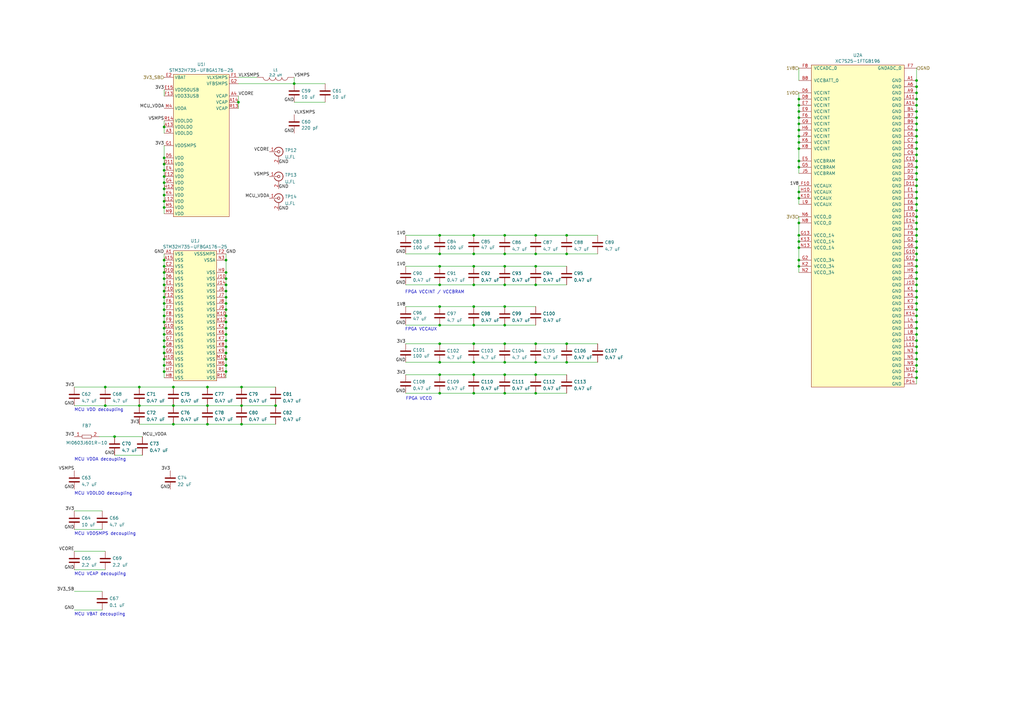
<source format=kicad_sch>
(kicad_sch (version 20231120) (generator "eeschema") (generator_version "8.0")
  (paper "A3")
  (junction (at 67.31 139.7))
  (junction (at 92.71 139.7))
  (junction (at 327.66 53.34))
  (junction (at 97.79 41.91))
  (junction (at 207.01 109.22))
  (junction (at 327.66 58.42))
  (junction (at 207.01 140.97))
  (junction (at 67.31 134.62))
  (junction (at 180.34 161.29))
  (junction (at 67.31 127))
  (junction (at 375.92 147.32))
  (junction (at 375.92 88.9))
  (junction (at 327.66 66.04))
  (junction (at 67.31 152.4))
  (junction (at 375.92 48.26))
  (junction (at 113.03 166.37))
  (junction (at 92.71 114.3))
  (junction (at 92.71 149.86))
  (junction (at 375.92 137.16))
  (junction (at 327.66 106.68))
  (junction (at 92.71 134.62))
  (junction (at 67.31 77.47))
  (junction (at 194.31 116.84))
  (junction (at 219.71 148.59))
  (junction (at 194.31 125.73))
  (junction (at 67.31 144.78))
  (junction (at 375.92 152.4))
  (junction (at 375.92 63.5))
  (junction (at 92.71 121.92))
  (junction (at 375.92 134.62))
  (junction (at 67.31 69.85))
  (junction (at 207.01 125.73))
  (junction (at 67.31 82.55))
  (junction (at 92.71 152.4))
  (junction (at 71.12 173.99))
  (junction (at 375.92 35.56))
  (junction (at 67.31 80.01))
  (junction (at 375.92 144.78))
  (junction (at 375.92 121.92))
  (junction (at 67.31 129.54))
  (junction (at 92.71 129.54))
  (junction (at 92.71 137.16))
  (junction (at 180.34 125.73))
  (junction (at 375.92 111.76))
  (junction (at 375.92 50.8))
  (junction (at 375.92 132.08))
  (junction (at 57.15 166.37))
  (junction (at 43.18 166.37))
  (junction (at 67.31 124.46))
  (junction (at 375.92 124.46))
  (junction (at 92.71 132.08))
  (junction (at 43.18 158.75))
  (junction (at 219.71 140.97))
  (junction (at 194.31 161.29))
  (junction (at 375.92 139.7))
  (junction (at 375.92 68.58))
  (junction (at 375.92 45.72))
  (junction (at 67.31 74.93))
  (junction (at 375.92 38.1))
  (junction (at 67.31 116.84))
  (junction (at 375.92 149.86))
  (junction (at 67.31 85.09))
  (junction (at 99.06 173.99))
  (junction (at 327.66 78.74))
  (junction (at 207.01 148.59))
  (junction (at 327.66 68.58))
  (junction (at 67.31 149.86))
  (junction (at 194.31 104.14))
  (junction (at 194.31 148.59))
  (junction (at 85.09 166.37))
  (junction (at 92.71 106.68))
  (junction (at 375.92 78.74))
  (junction (at 375.92 119.38))
  (junction (at 67.31 114.3))
  (junction (at 375.92 53.34))
  (junction (at 92.71 144.78))
  (junction (at 327.66 91.44))
  (junction (at 375.92 81.28))
  (junction (at 67.31 67.31))
  (junction (at 375.92 66.04))
  (junction (at 99.06 166.37))
  (junction (at 375.92 127))
  (junction (at 375.92 55.88))
  (junction (at 194.31 133.35))
  (junction (at 375.92 99.06))
  (junction (at 67.31 137.16))
  (junction (at 46.99 179.07))
  (junction (at 375.92 104.14))
  (junction (at 67.31 142.24))
  (junction (at 375.92 86.36))
  (junction (at 327.66 99.06))
  (junction (at 232.41 96.52))
  (junction (at 327.66 101.6))
  (junction (at 194.31 109.22))
  (junction (at 207.01 96.52))
  (junction (at 375.92 91.44))
  (junction (at 327.66 109.22))
  (junction (at 232.41 140.97))
  (junction (at 232.41 148.59))
  (junction (at 67.31 72.39))
  (junction (at 67.31 147.32))
  (junction (at 180.34 104.14))
  (junction (at 92.71 147.32))
  (junction (at 375.92 76.2))
  (junction (at 207.01 133.35))
  (junction (at 180.34 148.59))
  (junction (at 375.92 142.24))
  (junction (at 67.31 132.08))
  (junction (at 327.66 40.64))
  (junction (at 85.09 158.75))
  (junction (at 120.65 34.29))
  (junction (at 180.34 140.97))
  (junction (at 219.71 153.67))
  (junction (at 67.31 52.07))
  (junction (at 375.92 60.96))
  (junction (at 327.66 55.88))
  (junction (at 327.66 43.18))
  (junction (at 327.66 45.72))
  (junction (at 219.71 161.29))
  (junction (at 375.92 116.84))
  (junction (at 67.31 106.68))
  (junction (at 375.92 71.12))
  (junction (at 92.71 142.24))
  (junction (at 207.01 161.29))
  (junction (at 180.34 153.67))
  (junction (at 194.31 153.67))
  (junction (at 92.71 119.38))
  (junction (at 67.31 121.92))
  (junction (at 219.71 116.84))
  (junction (at 99.06 158.75))
  (junction (at 207.01 104.14))
  (junction (at 375.92 43.18))
  (junction (at 375.92 114.3))
  (junction (at 180.34 133.35))
  (junction (at 92.71 124.46))
  (junction (at 180.34 116.84))
  (junction (at 375.92 106.68))
  (junction (at 375.92 129.54))
  (junction (at 375.92 73.66))
  (junction (at 375.92 101.6))
  (junction (at 180.34 109.22))
  (junction (at 67.31 119.38))
  (junction (at 327.66 81.28))
  (junction (at 92.71 116.84))
  (junction (at 57.15 158.75))
  (junction (at 207.01 153.67))
  (junction (at 327.66 50.8))
  (junction (at 194.31 96.52))
  (junction (at 92.71 111.76))
  (junction (at 375.92 83.82))
  (junction (at 194.31 140.97))
  (junction (at 375.92 96.52))
  (junction (at 180.34 96.52))
  (junction (at 219.71 104.14))
  (junction (at 375.92 33.02))
  (junction (at 207.01 116.84))
  (junction (at 327.66 60.96))
  (junction (at 92.71 127))
  (junction (at 67.31 64.77))
  (junction (at 71.12 158.75))
  (junction (at 375.92 154.94))
  (junction (at 327.66 48.26))
  (junction (at 375.92 40.64))
  (junction (at 327.66 96.52))
  (junction (at 85.09 173.99))
  (junction (at 375.92 58.42))
  (junction (at 67.31 109.22))
  (junction (at 67.31 111.76))
  (junction (at 375.92 93.98))
  (junction (at 232.41 104.14))
  (junction (at 219.71 109.22))
  (junction (at 375.92 109.22))
  (junction (at 71.12 166.37))
  (junction (at 219.71 96.52))
  (wire (pts (xy 92.71 132.08) (xy 92.71 134.62)))
  (wire (pts (xy 30.48 158.75) (xy 43.18 158.75)))
  (wire (pts (xy 194.31 161.29) (xy 207.01 161.29)))
  (wire (pts (xy 43.18 166.37) (xy 57.15 166.37)))
  (wire (pts (xy 194.31 125.73) (xy 207.01 125.73)))
  (wire (pts (xy 375.92 144.78) (xy 375.92 147.32)))
  (wire (pts (xy 40.64 179.07) (xy 46.99 179.07)))
  (wire (pts (xy 92.71 152.4) (xy 92.71 154.94)))
  (wire (pts (xy 375.92 137.16) (xy 375.92 139.7)))
  (wire (pts (xy 92.71 116.84) (xy 92.71 119.38)))
  (wire (pts (xy 327.66 43.18) (xy 327.66 45.72)))
  (wire (pts (xy 375.92 43.18) (xy 375.92 45.72)))
  (wire (pts (xy 327.66 101.6) (xy 327.66 106.68)))
  (wire (pts (xy 46.99 186.69) (xy 58.42 186.69)))
  (wire (pts (xy 180.34 104.14) (xy 194.31 104.14)))
  (wire (pts (xy 166.37 133.35) (xy 180.34 133.35)))
  (wire (pts (xy 30.48 209.55) (xy 41.91 209.55)))
  (wire (pts (xy 166.37 161.29) (xy 180.34 161.29)))
  (wire (pts (xy 194.31 104.14) (xy 207.01 104.14)))
  (wire (pts (xy 207.01 96.52) (xy 219.71 96.52)))
  (wire (pts (xy 67.31 152.4) (xy 67.31 154.94)))
  (wire (pts (xy 327.66 78.74) (xy 327.66 81.28)))
  (wire (pts (xy 57.15 166.37) (xy 71.12 166.37)))
  (wire (pts (xy 375.92 66.04) (xy 375.92 68.58)))
  (wire (pts (xy 375.92 63.5) (xy 375.92 66.04)))
  (wire (pts (xy 67.31 132.08) (xy 67.31 134.62)))
  (wire (pts (xy 327.66 60.96) (xy 327.66 66.04)))
  (wire (pts (xy 92.71 104.14) (xy 92.71 106.68)))
  (wire (pts (xy 67.31 85.09) (xy 67.31 87.63)))
  (wire (pts (xy 375.92 45.72) (xy 375.92 48.26)))
  (wire (pts (xy 207.01 125.73) (xy 219.71 125.73)))
  (wire (pts (xy 375.92 53.34) (xy 375.92 55.88)))
  (wire (pts (xy 180.34 161.29) (xy 194.31 161.29)))
  (wire (pts (xy 67.31 147.32) (xy 67.31 149.86)))
  (wire (pts (xy 67.31 36.83) (xy 67.31 39.37)))
  (wire (pts (xy 92.71 121.92) (xy 92.71 124.46)))
  (wire (pts (xy 194.31 140.97) (xy 207.01 140.97)))
  (wire (pts (xy 92.71 124.46) (xy 92.71 127)))
  (wire (pts (xy 67.31 74.93) (xy 67.31 77.47)))
  (wire (pts (xy 180.34 116.84) (xy 194.31 116.84)))
  (wire (pts (xy 375.92 81.28) (xy 375.92 83.82)))
  (wire (pts (xy 180.34 153.67) (xy 194.31 153.67)))
  (wire (pts (xy 375.92 60.96) (xy 375.92 63.5)))
  (wire (pts (xy 375.92 96.52) (xy 375.92 99.06)))
  (wire (pts (xy 375.92 104.14) (xy 375.92 106.68)))
  (wire (pts (xy 166.37 109.22) (xy 180.34 109.22)))
  (wire (pts (xy 67.31 104.14) (xy 67.31 106.68)))
  (wire (pts (xy 375.92 58.42) (xy 375.92 60.96)))
  (wire (pts (xy 327.66 99.06) (xy 327.66 101.6)))
  (wire (pts (xy 85.09 158.75) (xy 99.06 158.75)))
  (wire (pts (xy 327.66 68.58) (xy 327.66 71.12)))
  (wire (pts (xy 67.31 144.78) (xy 67.31 147.32)))
  (wire (pts (xy 194.31 133.35) (xy 207.01 133.35)))
  (wire (pts (xy 166.37 116.84) (xy 180.34 116.84)))
  (wire (pts (xy 375.92 35.56) (xy 375.92 38.1)))
  (wire (pts (xy 375.92 116.84) (xy 375.92 119.38)))
  (wire (pts (xy 194.31 109.22) (xy 207.01 109.22)))
  (wire (pts (xy 92.71 111.76) (xy 92.71 114.3)))
  (wire (pts (xy 67.31 109.22) (xy 67.31 111.76)))
  (wire (pts (xy 375.92 71.12) (xy 375.92 73.66)))
  (wire (pts (xy 375.92 139.7) (xy 375.92 142.24)))
  (wire (pts (xy 375.92 149.86) (xy 375.92 152.4)))
  (wire (pts (xy 232.41 104.14) (xy 245.11 104.14)))
  (wire (pts (xy 375.92 99.06) (xy 375.92 101.6)))
  (wire (pts (xy 375.92 106.68) (xy 375.92 109.22)))
  (wire (pts (xy 219.71 140.97) (xy 232.41 140.97)))
  (wire (pts (xy 71.12 166.37) (xy 85.09 166.37)))
  (wire (pts (xy 92.71 147.32) (xy 92.71 149.86)))
  (wire (pts (xy 97.79 39.37) (xy 97.79 41.91)))
  (wire (pts (xy 166.37 148.59) (xy 180.34 148.59)))
  (wire (pts (xy 375.92 93.98) (xy 375.92 96.52)))
  (wire (pts (xy 207.01 133.35) (xy 219.71 133.35)))
  (wire (pts (xy 327.66 96.52) (xy 327.66 99.06)))
  (wire (pts (xy 219.71 153.67) (xy 232.41 153.67)))
  (wire (pts (xy 219.71 161.29) (xy 232.41 161.29)))
  (wire (pts (xy 67.31 106.68) (xy 67.31 109.22)))
  (wire (pts (xy 375.92 121.92) (xy 375.92 124.46)))
  (wire (pts (xy 57.15 158.75) (xy 71.12 158.75)))
  (wire (pts (xy 375.92 55.88) (xy 375.92 58.42)))
  (wire (pts (xy 207.01 140.97) (xy 219.71 140.97)))
  (wire (pts (xy 327.66 109.22) (xy 327.66 111.76)))
  (wire (pts (xy 166.37 104.14) (xy 180.34 104.14)))
  (wire (pts (xy 327.66 81.28) (xy 327.66 83.82)))
  (wire (pts (xy 97.79 31.75) (xy 105.41 31.75)))
  (wire (pts (xy 219.71 148.59) (xy 232.41 148.59)))
  (wire (pts (xy 92.71 134.62) (xy 92.71 137.16)))
  (wire (pts (xy 327.66 91.44) (xy 327.66 96.52)))
  (wire (pts (xy 232.41 96.52) (xy 245.11 96.52)))
  (wire (pts (xy 375.92 88.9) (xy 375.92 91.44)))
  (wire (pts (xy 375.92 27.94) (xy 375.92 33.02)))
  (wire (pts (xy 327.66 50.8) (xy 327.66 53.34)))
  (wire (pts (xy 67.31 127) (xy 67.31 129.54)))
  (wire (pts (xy 67.31 124.46) (xy 67.31 127)))
  (wire (pts (xy 194.31 96.52) (xy 207.01 96.52)))
  (wire (pts (xy 375.92 40.64) (xy 375.92 43.18)))
  (wire (pts (xy 67.31 80.01) (xy 67.31 82.55)))
  (wire (pts (xy 99.06 166.37) (xy 113.03 166.37)))
  (wire (pts (xy 375.92 101.6) (xy 375.92 104.14)))
  (wire (pts (xy 67.31 121.92) (xy 67.31 124.46)))
  (wire (pts (xy 207.01 116.84) (xy 219.71 116.84)))
  (wire (pts (xy 327.66 40.64) (xy 327.66 43.18)))
  (wire (pts (xy 207.01 153.67) (xy 219.71 153.67)))
  (wire (pts (xy 92.71 114.3) (xy 92.71 116.84)))
  (wire (pts (xy 375.92 48.26) (xy 375.92 50.8)))
  (wire (pts (xy 232.41 140.97) (xy 245.11 140.97)))
  (wire (pts (xy 57.15 173.99) (xy 71.12 173.99)))
  (wire (pts (xy 375.92 119.38) (xy 375.92 121.92)))
  (wire (pts (xy 92.71 149.86) (xy 92.71 152.4)))
  (wire (pts (xy 97.79 34.29) (xy 120.65 34.29)))
  (wire (pts (xy 166.37 140.97) (xy 180.34 140.97)))
  (wire (pts (xy 92.71 127) (xy 92.71 129.54)))
  (wire (pts (xy 30.48 166.37) (xy 43.18 166.37)))
  (wire (pts (xy 375.92 132.08) (xy 375.92 134.62)))
  (wire (pts (xy 194.31 153.67) (xy 207.01 153.67)))
  (wire (pts (xy 180.34 148.59) (xy 194.31 148.59)))
  (wire (pts (xy 30.48 217.17) (xy 41.91 217.17)))
  (wire (pts (xy 327.66 53.34) (xy 327.66 55.88)))
  (wire (pts (xy 327.66 88.9) (xy 327.66 91.44)))
  (wire (pts (xy 207.01 104.14) (xy 219.71 104.14)))
  (wire (pts (xy 99.06 158.75) (xy 113.03 158.75)))
  (wire (pts (xy 180.34 140.97) (xy 194.31 140.97)))
  (wire (pts (xy 207.01 148.59) (xy 219.71 148.59)))
  (wire (pts (xy 327.66 55.88) (xy 327.66 58.42)))
  (wire (pts (xy 92.71 142.24) (xy 92.71 144.78)))
  (wire (pts (xy 219.71 104.14) (xy 232.41 104.14)))
  (wire (pts (xy 120.65 41.91) (xy 133.35 41.91)))
  (wire (pts (xy 375.92 76.2) (xy 375.92 78.74)))
  (wire (pts (xy 327.66 106.68) (xy 327.66 109.22)))
  (wire (pts (xy 67.31 49.53) (xy 67.31 52.07)))
  (wire (pts (xy 327.66 58.42) (xy 327.66 60.96)))
  (wire (pts (xy 67.31 142.24) (xy 67.31 144.78)))
  (wire (pts (xy 327.66 76.2) (xy 327.66 78.74)))
  (wire (pts (xy 92.71 106.68) (xy 92.71 111.76)))
  (wire (pts (xy 85.09 166.37) (xy 99.06 166.37)))
  (wire (pts (xy 71.12 158.75) (xy 85.09 158.75)))
  (wire (pts (xy 30.48 250.19) (xy 41.91 250.19)))
  (wire (pts (xy 67.31 59.69) (xy 67.31 64.77)))
  (wire (pts (xy 30.48 233.68) (xy 43.18 233.68)))
  (wire (pts (xy 375.92 78.74) (xy 375.92 81.28)))
  (wire (pts (xy 43.18 158.75) (xy 57.15 158.75)))
  (wire (pts (xy 375.92 111.76) (xy 375.92 114.3)))
  (wire (pts (xy 375.92 152.4) (xy 375.92 154.94)))
  (wire (pts (xy 92.71 139.7) (xy 92.71 142.24)))
  (wire (pts (xy 219.71 96.52) (xy 232.41 96.52)))
  (wire (pts (xy 375.92 114.3) (xy 375.92 116.84)))
  (wire (pts (xy 71.12 173.99) (xy 85.09 173.99)))
  (wire (pts (xy 327.66 66.04) (xy 327.66 68.58)))
  (wire (pts (xy 166.37 125.73) (xy 180.34 125.73)))
  (wire (pts (xy 375.92 73.66) (xy 375.92 76.2)))
  (wire (pts (xy 67.31 72.39) (xy 67.31 74.93)))
  (wire (pts (xy 375.92 127) (xy 375.92 129.54)))
  (wire (pts (xy 375.92 134.62) (xy 375.92 137.16)))
  (wire (pts (xy 375.92 109.22) (xy 375.92 111.76)))
  (wire (pts (xy 375.92 129.54) (xy 375.92 132.08)))
  (wire (pts (xy 67.31 116.84) (xy 67.31 119.38)))
  (wire (pts (xy 375.92 147.32) (xy 375.92 149.86)))
  (wire (pts (xy 67.31 52.07) (xy 67.31 54.61)))
  (wire (pts (xy 375.92 154.94) (xy 375.92 157.48)))
  (wire (pts (xy 327.66 27.94) (xy 327.66 33.02)))
  (wire (pts (xy 375.92 124.46) (xy 375.92 127)))
  (wire (pts (xy 327.66 48.26) (xy 327.66 50.8)))
  (wire (pts (xy 67.31 137.16) (xy 67.31 139.7)))
  (wire (pts (xy 219.71 116.84) (xy 232.41 116.84)))
  (wire (pts (xy 30.48 226.06) (xy 43.18 226.06)))
  (wire (pts (xy 97.79 41.91) (xy 97.79 44.45)))
  (wire (pts (xy 166.37 96.52) (xy 180.34 96.52)))
  (wire (pts (xy 99.06 173.99) (xy 113.03 173.99)))
  (wire (pts (xy 194.31 148.59) (xy 207.01 148.59)))
  (wire (pts (xy 67.31 77.47) (xy 67.31 80.01)))
  (wire (pts (xy 92.71 129.54) (xy 92.71 132.08)))
  (wire (pts (xy 375.92 91.44) (xy 375.92 93.98)))
  (wire (pts (xy 194.31 116.84) (xy 207.01 116.84)))
  (wire (pts (xy 67.31 149.86) (xy 67.31 152.4)))
  (wire (pts (xy 67.31 114.3) (xy 67.31 116.84)))
  (wire (pts (xy 219.71 109.22) (xy 232.41 109.22)))
  (wire (pts (xy 180.34 133.35) (xy 194.31 133.35)))
  (wire (pts (xy 92.71 119.38) (xy 92.71 121.92)))
  (wire (pts (xy 67.31 69.85) (xy 67.31 72.39)))
  (wire (pts (xy 92.71 137.16) (xy 92.71 139.7)))
  (wire (pts (xy 375.92 38.1) (xy 375.92 40.64)))
  (wire (pts (xy 67.31 67.31) (xy 67.31 69.85)))
  (wire (pts (xy 67.31 139.7) (xy 67.31 142.24)))
  (wire (pts (xy 375.92 142.24) (xy 375.92 144.78)))
  (wire (pts (xy 85.09 173.99) (xy 99.06 173.99)))
  (wire (pts (xy 166.37 153.67) (xy 180.34 153.67)))
  (wire (pts (xy 180.34 96.52) (xy 194.31 96.52)))
  (wire (pts (xy 375.92 33.02) (xy 375.92 35.56)))
  (wire (pts (xy 207.01 161.29) (xy 219.71 161.29)))
  (wire (pts (xy 67.31 129.54) (xy 67.31 132.08)))
  (wire (pts (xy 67.31 111.76) (xy 67.31 114.3)))
  (wire (pts (xy 30.48 242.57) (xy 41.91 242.57)))
  (wire (pts (xy 375.92 50.8) (xy 375.92 53.34)))
  (wire (pts (xy 120.65 34.29) (xy 120.65 31.75)))
  (wire (pts (xy 375.92 68.58) (xy 375.92 71.12)))
  (wire (pts (xy 120.65 34.29) (xy 133.35 34.29)))
  (wire (pts (xy 46.99 179.07) (xy 58.42 179.07)))
  (wire (pts (xy 67.31 82.55) (xy 67.31 85.09)))
  (wire (pts (xy 375.92 86.36) (xy 375.92 88.9)))
  (wire (pts (xy 327.66 45.72) (xy 327.66 48.26)))
  (wire (pts (xy 327.66 38.1) (xy 327.66 40.64)))
  (wire (pts (xy 375.92 83.82) (xy 375.92 86.36)))
  (wire (pts (xy 207.01 109.22) (xy 219.71 109.22)))
  (wire (pts (xy 67.31 119.38) (xy 67.31 121.92)))
  (wire (pts (xy 92.71 144.78) (xy 92.71 147.32)))
  (wire (pts (xy 232.41 148.59) (xy 245.11 148.59)))
  (wire (pts (xy 67.31 64.77) (xy 67.31 67.31)))
  (wire (pts (xy 67.31 134.62) (xy 67.31 137.16)))
  (wire (pts (xy 180.34 109.22) (xy 194.31 109.22)))
  (wire (pts (xy 180.34 125.73) (xy 194.31 125.73)))
  (text "FPGA VCCO" (at 166.37 162.814 0) (effects (font (size 1.27 1.27)) (justify left top)))
  (text "MCU VDDSMPS decoupling" (at 30.48 219.71 0) (effects (font (size 1.27 1.27)) (justify left bottom)))
  (text "MCU VCAP decoupling" (at 30.48 236.22 0) (effects (font (size 1.27 1.27)) (justify left bottom)))
  (text "MCU VBAT decoupling" (at 30.48 252.73 0) (effects (font (size 1.27 1.27)) (justify left bottom)))
  (text "FPGA VCCINT / VCCBRAM" (at 166.116 119.126 0) (effects (font (size 1.27 1.27)) (justify left top)))
  (text "MCU VDDLDO decoupling" (at 30.48 203.2 0) (effects (font (size 1.27 1.27)) (justify left bottom)))
  (text "FPGA VCCAUX" (at 166.116 134.366 0) (effects (font (size 1.27 1.27)) (justify left top)))
  (text "MCU VDD decoupling" (at 30.48 168.91 0) (effects (font (size 1.27 1.27)) (justify left bottom)))
  (text "MCU VDDA decoupling" (at 30.48 189.23 0) (effects (font (size 1.27 1.27)) (justify left bottom)))
  (label "3V3" (at 30.48 209.55 180))
  (label "VSMPS" (at 30.48 193.04 180))
  (label "GND" (at 69.85 200.66 180))
  (label "GND" (at 120.65 41.91 180))
  (label "GND" (at 30.48 200.66 180))
  (label "1V8" (at 327.66 76.2 180))
  (label "GND" (at 30.48 217.17 180))
  (label "GND" (at 30.48 250.19 180))
  (label "3V3_SB" (at 30.48 242.57 180))
  (label "GND" (at 166.37 161.29 180))
  (label "1V0" (at 166.37 96.52 180))
  (label "GND" (at 114.3 86.36 0))
  (label "GND" (at 114.3 77.47 0))
  (label "GND" (at 120.65 54.61 180))
  (label "VCORE" (at 97.79 39.37 0))
  (label "3V3" (at 57.15 173.99 180))
  (label "3V3" (at 166.37 153.67 180))
  (label "VSMPS" (at 120.65 31.75 0))
  (label "3V3" (at 67.31 36.83 180))
  (label "3V3" (at 30.48 179.07 180))
  (label "MCU_VDDA" (at 58.42 179.07 0))
  (label "MCU_VDDA" (at 110.49 81.28 180))
  (label "GND" (at 166.37 148.59 180))
  (label "GND" (at 92.71 104.14 0))
  (label "GND" (at 46.99 186.69 180))
  (label "VCORE" (at 110.49 62.23 180))
  (label "VLXSMPS" (at 120.65 46.99 0))
  (label "3V3" (at 166.37 140.97 180))
  (label "3V3" (at 67.31 59.69 180))
  (label "GND" (at 30.48 233.68 180))
  (label "GND" (at 30.48 166.37 180))
  (label "3V3" (at 30.48 158.75 180))
  (label "VLXSMPS" (at 97.79 31.75 0))
  (label "VSMPS" (at 67.31 49.53 180))
  (label "1V0" (at 166.37 109.22 180))
  (label "3V3" (at 69.85 193.04 180))
  (label "VCORE" (at 30.48 226.06 180))
  (label "1V8" (at 166.37 125.73 180))
  (label "GND" (at 114.3 67.31 0))
  (label "GND" (at 67.31 104.14 180))
  (label "GND" (at 166.37 116.84 180))
  (label "GND" (at 166.37 133.35 180))
  (label "MCU_VDDA" (at 67.31 44.45 180))
  (label "GND" (at 166.37 104.14 180))
  (label "VSMPS" (at 110.49 72.39 180))
  (hierarchical_label "1V8" (shape input) (at 327.66 27.94 180))
  (hierarchical_label "3V3_SB" (shape input) (at 67.31 31.75 180))
  (hierarchical_label "3V3" (shape input) (at 327.66 88.9 180))
  (hierarchical_label "GND" (shape input) (at 375.92 27.94 0))
  (hierarchical_label "1V0" (shape input) (at 327.66 38.1 180))
  (symbol (lib_id "device:C") (at 180.34 113.03 0) (unit 1)
    (property "Reference" "C91" (at 183.261 112.1215 0) (effects (justify left)))
    (property "Value" "0.47 uF" (at 183.261 114.8966 0) (effects (justify left)))
    (property "Footprint" "azonenberg_pcb:EIA_0402_CAP_NOSILK" (effects (hide yes)))
  )
  (symbol (lib_id "device:C") (at 120.65 50.8 0) (unit 1)
    (property "Reference" "C60" (at 123.571 49.9653 0) (effects (justify left)))
    (property "Value" "220 pF" (at 123.571 52.5022 0) (effects (justify left)))
    (property "Footprint" "azonenberg_pcb:EIA_0402_CAP_NOSILK" (effects (hide yes)))
  )
  (symbol (lib_id "st-azonenberg:STM32H735-UFBGA176-25") (at 71.12 156.21 0) (unit 10)
    (property "Reference" "U1" (at 80.01 98.7763 0))
    (property "Value" "STM32H735-UFBGA176-25" (at 80.01 101.2006 0))
    (pin "B1" (alternate "SPI4_NSS"))
    (pin "B4" (alternate "FMC_NBL0"))
    (pin "D9" (alternate "FMC_NWAIT"))
    (pin "A6" (alternate "JTDO"))
    (pin "J15" (alternate "FMC_A17"))
    (pin "H14" (alternate "FMC_AD0"))
    (pin "C10" (alternate "FMC_AD2"))
    (pin "N6" (alternate "ETH_RMII_CRS_DV"))
    (pin "J13" (alternate "FMC_A16"))
    (pin "R7" (alternate "OCTOSPIM_P1_IO3"))
    (pin "L3" (alternate "TRACED0"))
    (pin "B8" (alternate "FMC_NE1"))
    (pin "P13" (alternate "FMC_AD10"))
    (pin "D14" (alternate "TRACED1"))
    (pin "M7" (alternate "ETH_RMII_RXD1"))
    (pin "D3" (alternate "SPI4_MISO"))
    (pin "C8" (alternate "OCTOSPIM_P2_IO6"))
    (pin "B5" (alternate "FMC_NL"))
    (pin "F14" (alternate "FMC_NE3"))
    (pin "L14" (alternate "FMC_AD13"))
    (pin "B10" (alternate "TRACED2"))
    (pin "A9" (alternate "FMC_CLK"))
    (pin "P12" (alternate "SPI4_SCK"))
    (pin "G12" (alternate "SPI6_NSS"))
    (pin "F4" (alternate "OCTOSPIM_P2_IO0"))
    (pin "G3" (alternate "OCTOSPIM_P2_IO2"))
    (pin "C4" (alternate "FMC_NBL1"))
    (pin "P4" (alternate "I2C2_SCL"))
    (pin "P6" (alternate "FMC_AD9"))
    (pin "P10" (alternate "ETH_RMII_TX_EN"))
    (pin "A12" (alternate "JTCK"))
    (pin "A11" (alternate "JTDI"))
    (pin "J12" (alternate "FMC_AD1"))
    (pin "E3" (alternate "SPI4_MOSI"))
    (pin "F3" (alternate "OCTOSPIM_P2_IO1"))
    (pin "A10" (alternate "FMC_AD3"))
    (pin "N9" (alternate "OCTOSPIM_P2_IO5"))
    (pin "D8" (alternate "OCTOSPIM_P2_NCS"))
    (pin "H15" (alternate "FMC_A18"))
    (pin "B13" (alternate "JTMS"))
    (pin "R8" (alternate "OCTOSPIM_P1_IO1"))
    (pin "R11" (alternate "FMC_AD6"))
    (pin "R5" (alternate "I2C2_SDA"))
    (pin "P11" (alternate "OCTOSPIM_P2_DQS"))
    (pin "H2" (alternate "OCTOSPIM_P2_CLK"))
    (pin "N8" (alternate "FMC_AD5"))
    (pin "B11" (alternate "TRACED3"))
    (pin "P9" (alternate "FMC_AD4"))
    (pin "B7" (alternate "SPI6_SCK"))
    (pin "R2" (alternate "OCTOSPIM_P1_IO0"))
    (pin "A7" (alternate "OCTOSPIM_P2_IO7"))
    (pin "P8" (alternate "OCTOSPIM_P2_IO4"))
    (pin "H4" (alternate "OCTOSPIM_P2_IO3"))
    (pin "P7" (alternate "OCTOSPIM_P1_CLK"))
    (pin "C7" (alternate "SPI6_MOSI"))
    (pin "M15" (alternate "ETH_RMII_TXD0"))
    (pin "B6" (alternate "NJTRST"))
    (pin "J1" (alternate "OSC_IN"))
    (pin "R12" (alternate "FMC_AD8"))
    (pin "C3" (alternate "TRACECLK"))
    (pin "N12" (alternate "OCTOSPIM_P1_NCS"))
    (pin "C9" (alternate "FMC_NOE"))
    (pin "R6" (alternate "ETH_RMII_RXD0"))
    (pin "B9" (alternate "FMC_NWE"))
    (pin "L15" (alternate "ETH_RMII_TXD1"))
    (pin "R9" (alternate "FMC_AD7"))
    (pin "P2" (alternate "ETH_RMII_REF_CLK"))
    (pin "K13" (alternate "FMC_AD14"))
    (pin "L13" (alternate "FMC_AD15"))
    (pin "N5" (alternate "OCTOSPIM_P1_IO2"))
    (pin "M12" (alternate "FMC_AD11"))
    (pin "C15" (alternate "UART4_RX"))
    (pin "B15" (alternate "UART4_TX"))
    (pin "P14" (alternate "FMC_AD12"))
  )
  (symbol (lib_id "device:C") (at 207.01 113.03 0) (unit 1)
    (property "Reference" "C93" (at 209.931 112.1215 0) (effects (justify left)))
    (property "Value" "0.47 uF" (at 209.931 114.8966 0) (effects (justify left)))
    (property "Footprint" "azonenberg_pcb:EIA_0402_CAP_NOSILK" (effects (hide yes)))
  )
  (symbol (lib_id "device:C") (at 245.11 144.78 0) (unit 1)
    (property "Reference" "C107" (at 248.031 143.8715 0) (effects (justify left)))
    (property "Value" "0.47 uF" (at 248.031 146.6466 0) (effects (justify left)))
    (property "Footprint" "azonenberg_pcb:EIA_0402_CAP_NOSILK" (effects (hide yes)))
  )
  (symbol (lib_id "device:C") (at 219.71 113.03 0) (unit 1)
    (property "Reference" "C94" (at 222.631 112.1215 0) (effects (justify left)))
    (property "Value" "0.47 uF" (at 222.631 114.8966 0) (effects (justify left)))
    (property "Footprint" "azonenberg_pcb:EIA_0402_CAP_NOSILK" (effects (hide yes)))
  )
  (symbol (lib_id "device:C") (at 85.09 162.56 0) (unit 1)
    (property "Reference" "C77" (at 88.011 161.6515 0) (effects (justify left)))
    (property "Value" "0.47 uF" (at 88.011 164.4266 0) (effects (justify left)))
    (property "Footprint" "azonenberg_pcb:EIA_0402_CAP_NOSILK" (effects (hide yes)))
  )
  (symbol (lib_id "device:C") (at 46.99 182.88 0) (unit 1)
    (property "Reference" "C70" (at 49.911 181.9715 0) (effects (justify left)))
    (property "Value" "4.7 uF" (at 49.911 184.7466 0) (effects (justify left)))
    (property "Footprint" "azonenberg_pcb:EIA_0603_CAP_NOSILK" (effects (hide yes)))
  )
  (symbol (lib_id "device:C") (at 207.01 144.78 0) (unit 1)
    (property "Reference" "C104" (at 209.931 143.8715 0) (effects (justify left)))
    (property "Value" "4.7 uF" (at 209.931 146.6466 0) (effects (justify left)))
    (property "Footprint" "azonenberg_pcb:EIA_0603_CAP_NOSILK" (effects (hide yes)))
  )
  (symbol (lib_id "device:C") (at 43.18 162.56 0) (unit 1)
    (property "Reference" "C68" (at 46.101 161.6515 0) (effects (justify left)))
    (property "Value" "4.7 uF" (at 46.101 164.4266 0) (effects (justify left)))
    (property "Footprint" "azonenberg_pcb:EIA_0603_CAP_NOSILK" (effects (hide yes)))
  )
  (symbol (lib_id "device:C") (at 41.91 213.36 0) (unit 1)
    (property "Reference" "C66" (at 44.831 212.4515 0) (effects (justify left)))
    (property "Value" "4.7 uF" (at 44.831 215.2266 0) (effects (justify left)))
    (property "Footprint" "azonenberg_pcb:EIA_0603_CAP_NOSILK" (effects (hide yes)))
  )
  (symbol (lib_id "device:C") (at 120.65 38.1 0) (unit 1)
    (property "Reference" "C59" (at 123.571 37.2653 0) (effects (justify left)))
    (property "Value" "10 uF" (at 123.571 39.8022 0) (effects (justify left)))
    (property "Footprint" "azonenberg_pcb:EIA_0805_CAP_NOSILK" (effects (hide yes)))
  )
  (symbol (lib_id "conn:CONN_COAXIAL") (at 114.3 62.23 0) (unit 1)
    (property "Reference" "TP12" (at 116.8401 61.6147 0) (effects (justify left)))
    (property "Value" "U.FL" (at 116.8401 64.3898 0) (effects (justify left)))
    (property "Footprint" "azonenberg_pcb:CONN_U.FL_TE_1909763-1" (effects (hide yes)))
  )
  (symbol (lib_id "device:C") (at 85.09 170.18 0) (unit 1)
    (property "Reference" "C78" (at 88.011 169.2715 0) (effects (justify left)))
    (property "Value" "0.47 uF" (at 88.011 172.0466 0) (effects (justify left)))
    (property "Footprint" "azonenberg_pcb:EIA_0402_CAP_NOSILK" (effects (hide yes)))
  )
  (symbol (lib_id "device:C") (at 194.31 100.33 0) (unit 1)
    (property "Reference" "C85" (at 197.231 99.1178 0) (effects (justify left)))
    (property "Value" "47 uF" (at 197.231 101.5421 0) (effects (justify left)))
    (property "Description" "Unpolarized capacitor" (effects (hide yes)))
  )
  (symbol (lib_id "device:C") (at 99.06 170.18 0) (unit 1)
    (property "Reference" "C80" (at 101.981 169.2715 0) (effects (justify left)))
    (property "Value" "0.47 uF" (at 101.981 172.0466 0) (effects (justify left)))
    (property "Footprint" "azonenberg_pcb:EIA_0402_CAP_NOSILK" (effects (hide yes)))
  )
  (symbol (lib_id "device:C") (at 166.37 129.54 0) (unit 1)
    (property "Reference" "C96" (at 169.291 128.3278 0) (effects (justify left)))
    (property "Value" "47 uF" (at 169.291 130.7521 0) (effects (justify left)))
    (property "Description" "Unpolarized capacitor" (effects (hide yes)))
  )
  (symbol (lib_id "device:C") (at 166.37 113.03 0) (unit 1)
    (property "Reference" "C90" (at 169.291 112.1215 0) (effects (justify left)))
    (property "Value" "0.47 uF" (at 169.291 114.8966 0) (effects (justify left)))
    (property "Footprint" "azonenberg_pcb:EIA_0402_CAP_NOSILK" (effects (hide yes)))
  )
  (symbol (lib_id "device:C") (at 57.15 170.18 0) (unit 1)
    (property "Reference" "C72" (at 60.071 169.2715 0) (effects (justify left)))
    (property "Value" "0.47 uF" (at 60.071 172.0466 0) (effects (justify left)))
    (property "Footprint" "azonenberg_pcb:EIA_0402_CAP_NOSILK" (effects (hide yes)))
  )
  (symbol (lib_id "device:C") (at 207.01 100.33 0) (unit 1)
    (property "Reference" "C86" (at 209.931 99.4215 0) (effects (justify left)))
    (property "Value" "4.7 uF" (at 209.931 102.1966 0) (effects (justify left)))
    (property "Footprint" "azonenberg_pcb:EIA_0603_CAP_NOSILK" (effects (hide yes)))
  )
  (symbol (lib_id "conn:CONN_COAXIAL") (at 114.3 72.39 0) (unit 1)
    (property "Reference" "TP13" (at 116.8401 71.7747 0) (effects (justify left)))
    (property "Value" "U.FL" (at 116.8401 74.5498 0) (effects (justify left)))
    (property "Footprint" "azonenberg_pcb:CONN_U.FL_TE_1909763-1" (effects (hide yes)))
  )
  (symbol (lib_id "device:C") (at 219.71 129.54 0) (unit 1)
    (property "Reference" "C100" (at 222.631 128.6315 0) (effects (justify left)))
    (property "Value" "0.47 uF" (at 222.631 131.4066 0) (effects (justify left)))
    (property "Footprint" "azonenberg_pcb:EIA_0402_CAP_NOSILK" (effects (hide yes)))
  )
  (symbol (lib_id "passive-azonenberg:INDUCTOR_PWROUT") (at 113.03 31.75 270) (unit 1)
    (property "Reference" "L1" (at 113.03 28.6886 90) (effects (font (size 1.016 1.016))))
    (property "Value" "2.2 uH" (at 113.03 30.769 90) (effects (font (size 1.016 1.016))))
    (property "Footprint" "azonenberg_pcb:EIA_1210_CAP_NOSILK" (effects (hide yes)))
  )
  (symbol (lib_id "device:C") (at 58.42 182.88 0) (unit 1)
    (property "Reference" "C73" (at 61.341 181.9715 0) (effects (justify left)))
    (property "Value" "0.47 uF" (at 61.341 184.7466 0) (effects (justify left)))
    (property "Footprint" "azonenberg_pcb:EIA_0402_CAP_NOSILK" (effects (hide yes)))
  )
  (symbol (lib_id "device:C") (at 232.41 100.33 0) (unit 1)
    (property "Reference" "C88" (at 235.331 99.4215 0) (effects (justify left)))
    (property "Value" "4.7 uF" (at 235.331 102.1966 0) (effects (justify left)))
    (property "Footprint" "azonenberg_pcb:EIA_0603_CAP_NOSILK" (effects (hide yes)))
  )
  (symbol (lib_id "passive-azonenberg:FERRITE_SMALL2") (at 35.56 179.07 0) (unit 1)
    (property "Reference" "FB7" (at 35.56 174.5955 0))
    (property "Value" "MI0603J601R-10" (at 35.56 181.61 0))
    (property "Footprint" "azonenberg_pcb:EIA_0603_INDUCTOR_NOSILK" (effects (hide yes)))
  )
  (symbol (lib_id "device:C") (at 232.41 113.03 0) (unit 1)
    (property "Reference" "C95" (at 235.331 112.1215 0) (effects (justify left)))
    (property "Value" "0.47 uF" (at 235.331 114.8966 0) (effects (justify left)))
    (property "Footprint" "azonenberg_pcb:EIA_0402_CAP_NOSILK" (effects (hide yes)))
  )
  (symbol (lib_id "device:C") (at 180.34 100.33 0) (unit 1)
    (property "Reference" "C84" (at 183.261 99.1178 0) (effects (justify left)))
    (property "Value" "100 uF" (at 183.261 101.5421 0) (effects (justify left)))
    (property "Description" "Unpolarized capacitor" (effects (hide yes)))
  )
  (symbol (lib_id "device:C") (at 245.11 100.33 0) (unit 1)
    (property "Reference" "C89" (at 248.031 99.4215 0) (effects (justify left)))
    (property "Value" "4.7 uF" (at 248.031 102.1966 0) (effects (justify left)))
    (property "Footprint" "azonenberg_pcb:EIA_0603_CAP_NOSILK" (effects (hide yes)))
  )
  (symbol (lib_id "device:C") (at 57.15 162.56 0) (unit 1)
    (property "Reference" "C71" (at 60.071 161.6515 0) (effects (justify left)))
    (property "Value" "0.47 uF" (at 60.071 164.4266 0) (effects (justify left)))
    (property "Footprint" "azonenberg_pcb:EIA_0402_CAP_NOSILK" (effects (hide yes)))
  )
  (symbol (lib_id "device:C") (at 180.34 144.78 0) (unit 1)
    (property "Reference" "C102" (at 183.261 143.8715 0) (effects (justify left)))
    (property "Value" "4.7 uF" (at 183.261 146.6466 0) (effects (justify left)))
    (property "Footprint" "azonenberg_pcb:EIA_0603_CAP_NOSILK" (effects (hide yes)))
  )
  (symbol (lib_id "device:C") (at 232.41 157.48 0) (unit 1)
    (property "Reference" "C113" (at 235.331 156.5715 0) (effects (justify left)))
    (property "Value" "0.47 uF" (at 235.331 159.3466 0) (effects (justify left)))
    (property "Footprint" "azonenberg_pcb:EIA_0402_CAP_NOSILK" (effects (hide yes)))
  )
  (symbol (lib_id "device:C") (at 30.48 162.56 0) (unit 1)
    (property "Reference" "C62" (at 33.401 161.6515 0) (effects (justify left)))
    (property "Value" "4.7 uF" (at 33.401 164.4266 0) (effects (justify left)))
    (property "Footprint" "azonenberg_pcb:EIA_0603_CAP_NOSILK" (effects (hide yes)))
  )
  (symbol (lib_id "device:C") (at 30.48 229.87 0) (unit 1)
    (property "Reference" "C65" (at 33.401 228.9615 0) (effects (justify left)))
    (property "Value" "2.2 uF" (at 33.401 231.7366 0) (effects (justify left)))
    (property "Footprint" "azonenberg_pcb:EIA_0805_CAP_NOSILK" (effects (hide yes)))
  )
  (symbol (lib_id "device:C") (at 194.31 113.03 0) (unit 1)
    (property "Reference" "C92" (at 197.231 112.1215 0) (effects (justify left)))
    (property "Value" "0.47 uF" (at 197.231 114.8966 0) (effects (justify left)))
    (property "Footprint" "azonenberg_pcb:EIA_0402_CAP_NOSILK" (effects (hide yes)))
  )
  (symbol (lib_id "device:C") (at 207.01 157.48 0) (unit 1)
    (property "Reference" "C111" (at 209.931 156.5715 0) (effects (justify left)))
    (property "Value" "0.47 uF" (at 209.931 159.3466 0) (effects (justify left)))
    (property "Footprint" "azonenberg_pcb:EIA_0402_CAP_NOSILK" (effects (hide yes)))
  )
  (symbol (lib_id "device:C") (at 30.48 213.36 0) (unit 1)
    (property "Reference" "C64" (at 33.401 212.4515 0) (effects (justify left)))
    (property "Value" "10 uF" (at 33.401 215.2266 0) (effects (justify left)))
    (property "Footprint" "azonenberg_pcb:EIA_0805_CAP_NOSILK" (effects (hide yes)))
  )
  (symbol (lib_id "device:C") (at 43.18 229.87 0) (unit 1)
    (property "Reference" "C69" (at 46.101 228.9615 0) (effects (justify left)))
    (property "Value" "2.2 uF" (at 46.101 231.7366 0) (effects (justify left)))
    (property "Footprint" "azonenberg_pcb:EIA_0805_CAP_NOSILK" (effects (hide yes)))
  )
  (symbol (lib_id "device:C") (at 180.34 157.48 0) (unit 1)
    (property "Reference" "C109" (at 183.261 156.5715 0) (effects (justify left)))
    (property "Value" "0.47 uF" (at 183.261 159.3466 0) (effects (justify left)))
    (property "Footprint" "azonenberg_pcb:EIA_0402_CAP_NOSILK" (effects (hide yes)))
  )
  (symbol (lib_id "device:C") (at 194.31 157.48 0) (unit 1)
    (property "Reference" "C110" (at 197.231 156.5715 0) (effects (justify left)))
    (property "Value" "0.47 uF" (at 197.231 159.3466 0) (effects (justify left)))
    (property "Footprint" "azonenberg_pcb:EIA_0402_CAP_NOSILK" (effects (hide yes)))
  )
  (symbol (lib_id "device:C") (at 232.41 144.78 0) (unit 1)
    (property "Reference" "C106" (at 235.331 143.8715 0) (effects (justify left)))
    (property "Value" "0.47 uF" (at 235.331 146.6466 0) (effects (justify left)))
    (property "Footprint" "azonenberg_pcb:EIA_0402_CAP_NOSILK" (effects (hide yes)))
  )
  (symbol (lib_id "st-azonenberg:STM32H735-UFBGA176-25") (at 71.12 88.9 0) (unit 9)
    (property "Reference" "U1" (at 82.55 26.3863 0))
    (property "Value" "STM32H735-UFBGA176-25" (at 82.55 28.8106 0))
    (pin "B1" (alternate "SPI4_NSS"))
    (pin "B4" (alternate "FMC_NBL0"))
    (pin "D9" (alternate "FMC_NWAIT"))
    (pin "A6" (alternate "JTDO"))
    (pin "J15" (alternate "FMC_A17"))
    (pin "H14" (alternate "FMC_AD0"))
    (pin "C10" (alternate "FMC_AD2"))
    (pin "N6" (alternate "ETH_RMII_CRS_DV"))
    (pin "J13" (alternate "FMC_A16"))
    (pin "R7" (alternate "OCTOSPIM_P1_IO3"))
    (pin "L3" (alternate "TRACED0"))
    (pin "B8" (alternate "FMC_NE1"))
    (pin "P13" (alternate "FMC_AD10"))
    (pin "D14" (alternate "TRACED1"))
    (pin "M7" (alternate "ETH_RMII_RXD1"))
    (pin "D3" (alternate "SPI4_MISO"))
    (pin "C8" (alternate "OCTOSPIM_P2_IO6"))
    (pin "B5" (alternate "FMC_NL"))
    (pin "F14" (alternate "FMC_NE3"))
    (pin "L14" (alternate "FMC_AD13"))
    (pin "B10" (alternate "TRACED2"))
    (pin "A9" (alternate "FMC_CLK"))
    (pin "P12" (alternate "SPI4_SCK"))
    (pin "G12" (alternate "SPI6_NSS"))
    (pin "F4" (alternate "OCTOSPIM_P2_IO0"))
    (pin "G3" (alternate "OCTOSPIM_P2_IO2"))
    (pin "C4" (alternate "FMC_NBL1"))
    (pin "P4" (alternate "I2C2_SCL"))
    (pin "P6" (alternate "FMC_AD9"))
    (pin "P10" (alternate "ETH_RMII_TX_EN"))
    (pin "A12" (alternate "JTCK"))
    (pin "A11" (alternate "JTDI"))
    (pin "J12" (alternate "FMC_AD1"))
    (pin "E3" (alternate "SPI4_MOSI"))
    (pin "F3" (alternate "OCTOSPIM_P2_IO1"))
    (pin "A10" (alternate "FMC_AD3"))
    (pin "N9" (alternate "OCTOSPIM_P2_IO5"))
    (pin "D8" (alternate "OCTOSPIM_P2_NCS"))
    (pin "H15" (alternate "FMC_A18"))
    (pin "B13" (alternate "JTMS"))
    (pin "R8" (alternate "OCTOSPIM_P1_IO1"))
    (pin "R11" (alternate "FMC_AD6"))
    (pin "R5" (alternate "I2C2_SDA"))
    (pin "P11" (alternate "OCTOSPIM_P2_DQS"))
    (pin "H2" (alternate "OCTOSPIM_P2_CLK"))
    (pin "N8" (alternate "FMC_AD5"))
    (pin "B11" (alternate "TRACED3"))
    (pin "P9" (alternate "FMC_AD4"))
    (pin "B7" (alternate "SPI6_SCK"))
    (pin "R2" (alternate "OCTOSPIM_P1_IO0"))
    (pin "A7" (alternate "OCTOSPIM_P2_IO7"))
    (pin "P8" (alternate "OCTOSPIM_P2_IO4"))
    (pin "H4" (alternate "OCTOSPIM_P2_IO3"))
    (pin "P7" (alternate "OCTOSPIM_P1_CLK"))
    (pin "C7" (alternate "SPI6_MOSI"))
    (pin "M15" (alternate "ETH_RMII_TXD0"))
    (pin "B6" (alternate "NJTRST"))
    (pin "J1" (alternate "OSC_IN"))
    (pin "R12" (alternate "FMC_AD8"))
    (pin "C3" (alternate "TRACECLK"))
    (pin "N12" (alternate "OCTOSPIM_P1_NCS"))
    (pin "C9" (alternate "FMC_NOE"))
    (pin "R6" (alternate "ETH_RMII_RXD0"))
    (pin "B9" (alternate "FMC_NWE"))
    (pin "L15" (alternate "ETH_RMII_TXD1"))
    (pin "R9" (alternate "FMC_AD7"))
    (pin "P2" (alternate "ETH_RMII_REF_CLK"))
    (pin "K13" (alternate "FMC_AD14"))
    (pin "L13" (alternate "FMC_AD15"))
    (pin "N5" (alternate "OCTOSPIM_P1_IO2"))
    (pin "M12" (alternate "FMC_AD11"))
    (pin "C15" (alternate "UART4_RX"))
    (pin "B15" (alternate "UART4_TX"))
    (pin "P14" (alternate "FMC_AD12"))
  )
  (symbol (lib_id "device:C") (at 71.12 170.18 0) (unit 1)
    (property "Reference" "C76" (at 74.041 169.2715 0) (effects (justify left)))
    (property "Value" "0.47 uF" (at 74.041 172.0466 0) (effects (justify left)))
    (property "Footprint" "azonenberg_pcb:EIA_0402_CAP_NOSILK" (effects (hide yes)))
  )
  (symbol (lib_id "device:C") (at 113.03 170.18 0) (unit 1)
    (property "Reference" "C82" (at 115.951 169.2715 0) (effects (justify left)))
    (property "Value" "0.47 uF" (at 115.951 172.0466 0) (effects (justify left)))
    (property "Footprint" "azonenberg_pcb:EIA_0402_CAP_NOSILK" (effects (hide yes)))
  )
  (symbol (lib_id "device:C") (at 180.34 129.54 0) (unit 1)
    (property "Reference" "C97" (at 183.261 128.6315 0) (effects (justify left)))
    (property "Value" "4.7 uF" (at 183.261 131.4066 0) (effects (justify left)))
    (property "Footprint" "azonenberg_pcb:EIA_0603_CAP_NOSILK" (effects (hide yes)))
  )
  (symbol (lib_id "conn:CONN_COAXIAL") (at 114.3 81.28 0) (unit 1)
    (property "Reference" "TP14" (at 116.8401 80.6647 0) (effects (justify left)))
    (property "Value" "U.FL" (at 116.8401 83.4398 0) (effects (justify left)))
    (property "Footprint" "azonenberg_pcb:CONN_U.FL_TE_1909763-1" (effects (hide yes)))
  )
  (symbol (lib_id "device:C") (at 113.03 162.56 0) (unit 1)
    (property "Reference" "C81" (at 115.951 161.6515 0) (effects (justify left)))
    (property "Value" "0.47 uF" (at 115.951 164.4266 0) (effects (justify left)))
    (property "Footprint" "azonenberg_pcb:EIA_0402_CAP_NOSILK" (effects (hide yes)))
  )
  (symbol (lib_id "device:C") (at 69.85 196.85 0) (unit 1)
    (property "Reference" "C74" (at 72.771 195.9415 0) (effects (justify left)))
    (property "Value" "22 uF" (at 72.771 198.7166 0) (effects (justify left)))
    (property "Footprint" "azonenberg_pcb:EIA_0805_CAP_NOSILK" (effects (hide yes)))
  )
  (symbol (lib_id "device:C") (at 166.37 157.48 0) (unit 1)
    (property "Reference" "C108" (at 169.291 156.5715 0) (effects (justify left)))
    (property "Value" "0.47 uF" (at 169.291 159.3466 0) (effects (justify left)))
    (property "Footprint" "azonenberg_pcb:EIA_0402_CAP_NOSILK" (effects (hide yes)))
  )
  (symbol (lib_id "device:C") (at 194.31 129.54 0) (unit 1)
    (property "Reference" "C98" (at 197.231 128.6315 0) (effects (justify left)))
    (property "Value" "0.47 uF" (at 197.231 131.4066 0) (effects (justify left)))
    (property "Footprint" "azonenberg_pcb:EIA_0402_CAP_NOSILK" (effects (hide yes)))
  )
  (symbol (lib_id "xilinx-azonenberg:XC7Sx-FTGB196") (at 332.74 158.75 0) (unit 1)
    (property "Reference" "U2" (at 351.79 22.6525 0))
    (property "Value" "XC7S25-1FTGB196" (at 351.79 25.0768 0))
  )
  (symbol (lib_id "device:C") (at 41.91 246.38 0) (unit 1)
    (property "Reference" "C67" (at 44.831 245.4715 0) (effects (justify left)))
    (property "Value" "0.1 uF" (at 44.831 248.2466 0) (effects (justify left)))
    (property "Footprint" "azonenberg_pcb:EIA_0402_CAP_NOSILK" (effects (hide yes)))
  )
  (symbol (lib_id "device:C") (at 219.71 100.33 0) (unit 1)
    (property "Reference" "C87" (at 222.631 99.4215 0) (effects (justify left)))
    (property "Value" "4.7 uF" (at 222.631 102.1966 0) (effects (justify left)))
    (property "Footprint" "azonenberg_pcb:EIA_0603_CAP_NOSILK" (effects (hide yes)))
  )
  (symbol (lib_id "device:C") (at 71.12 162.56 0) (unit 1)
    (property "Reference" "C75" (at 74.041 161.6515 0) (effects (justify left)))
    (property "Value" "0.47 uF" (at 74.041 164.4266 0) (effects (justify left)))
    (property "Footprint" "azonenberg_pcb:EIA_0402_CAP_NOSILK" (effects (hide yes)))
  )
  (symbol (lib_id "device:C") (at 30.48 196.85 0) (unit 1)
    (property "Reference" "C63" (at 33.401 195.9415 0) (effects (justify left)))
    (property "Value" "4.7 uF" (at 33.401 198.7166 0) (effects (justify left)))
    (property "Footprint" "azonenberg_pcb:EIA_0603_CAP_NOSILK" (effects (hide yes)))
  )
  (symbol (lib_id "device:C") (at 194.31 144.78 0) (unit 1)
    (property "Reference" "C103" (at 197.231 143.8715 0) (effects (justify left)))
    (property "Value" "4.7 uF" (at 197.231 146.6466 0) (effects (justify left)))
    (property "Footprint" "azonenberg_pcb:EIA_0603_CAP_NOSILK" (effects (hide yes)))
  )
  (symbol (lib_id "device:C") (at 133.35 38.1 0) (unit 1)
    (property "Reference" "C61" (at 136.271 37.2653 0) (effects (justify left)))
    (property "Value" "10 uF" (at 136.271 39.8022 0) (effects (justify left)))
    (property "Footprint" "azonenberg_pcb:EIA_0805_CAP_NOSILK" (effects (hide yes)))
  )
  (symbol (lib_id "device:C") (at 166.37 100.33 0) (unit 1)
    (property "Reference" "C83" (at 169.291 99.1178 0) (effects (justify left)))
    (property "Value" "100 uF" (at 169.291 101.5421 0) (effects (justify left)))
    (property "Description" "Unpolarized capacitor" (effects (hide yes)))
  )
  (symbol (lib_id "device:C") (at 207.01 129.54 0) (unit 1)
    (property "Reference" "C99" (at 209.931 128.6315 0) (effects (justify left)))
    (property "Value" "0.47 uF" (at 209.931 131.4066 0) (effects (justify left)))
    (property "Footprint" "azonenberg_pcb:EIA_0402_CAP_NOSILK" (effects (hide yes)))
  )
  (symbol (lib_id "device:C") (at 219.71 157.48 0) (unit 1)
    (property "Reference" "C112" (at 222.631 156.5715 0) (effects (justify left)))
    (property "Value" "0.47 uF" (at 222.631 159.3466 0) (effects (justify left)))
    (property "Footprint" "azonenberg_pcb:EIA_0402_CAP_NOSILK" (effects (hide yes)))
  )
  (symbol (lib_id "device:C") (at 166.37 144.78 0) (unit 1)
    (property "Reference" "C101" (at 169.291 143.5678 0) (effects (justify left)))
    (property "Value" "100 uF" (at 169.291 145.9921 0) (effects (justify left)))
    (property "Description" "Unpolarized capacitor" (effects (hide yes)))
  )
  (symbol (lib_id "device:C") (at 219.71 144.78 0) (unit 1)
    (property "Reference" "C105" (at 222.631 143.8715 0) (effects (justify left)))
    (property "Value" "4.7 uF" (at 222.631 146.6466 0) (effects (justify left)))
    (property "Footprint" "azonenberg_pcb:EIA_0603_CAP_NOSILK" (effects (hide yes)))
  )
  (symbol (lib_id "device:C") (at 99.06 162.56 0) (unit 1)
    (property "Reference" "C79" (at 101.981 161.6515 0) (effects (justify left)))
    (property "Value" "0.47 uF" (at 101.981 164.4266 0) (effects (justify left)))
    (property "Footprint" "azonenberg_pcb:EIA_0402_CAP_NOSILK" (effects (hide yes)))
  )
)
</source>
